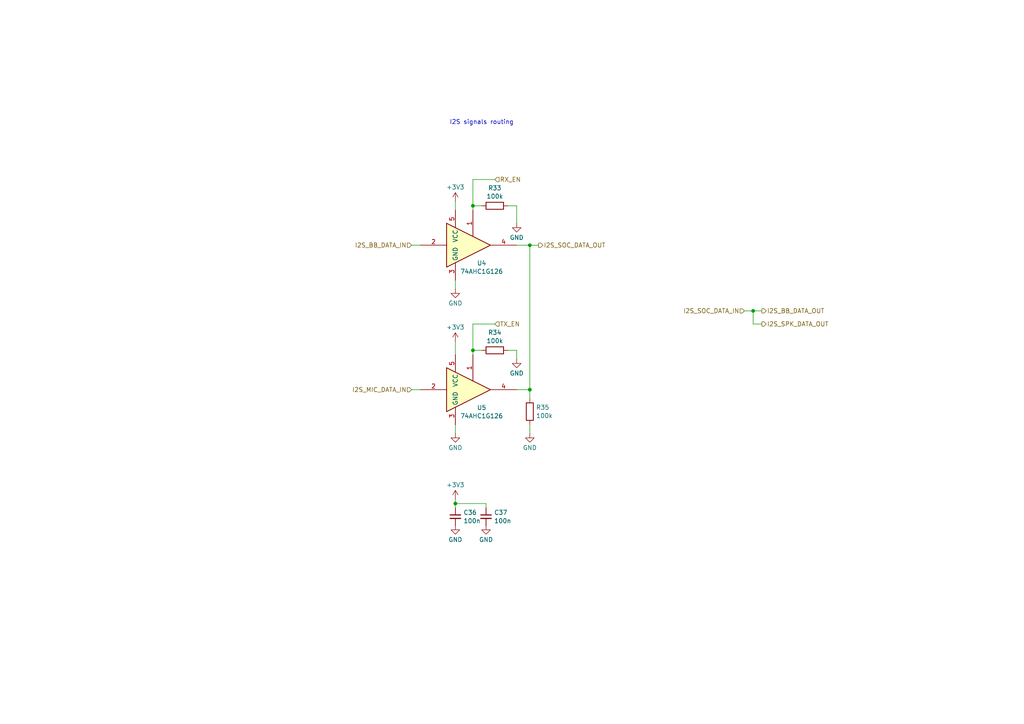
<source format=kicad_sch>
(kicad_sch
	(version 20250114)
	(generator "eeschema")
	(generator_version "9.0")
	(uuid "56f77a09-468c-4011-af6f-78f5dff8f40e")
	(paper "A4")
	(title_block
		(title "LinHT - Linux-based SDR handheld transceiver")
		(date "5 June 2025")
		(rev "A")
		(company "M17 Foundation")
		(comment 1 "Author: Wojciech SP5WWP")
	)
	(lib_symbols
		(symbol "74xGxx:74AHC1G126"
			(exclude_from_sim no)
			(in_bom yes)
			(on_board yes)
			(property "Reference" "U"
				(at -2.54 3.81 0)
				(effects
					(font
						(size 1.27 1.27)
					)
				)
			)
			(property "Value" "74AHC1G126"
				(at 0 -3.81 0)
				(effects
					(font
						(size 1.27 1.27)
					)
				)
			)
			(property "Footprint" ""
				(at 0 0 0)
				(effects
					(font
						(size 1.27 1.27)
					)
					(hide yes)
				)
			)
			(property "Datasheet" "http://www.ti.com/lit/sg/scyt129e/scyt129e.pdf"
				(at 0 0 0)
				(effects
					(font
						(size 1.27 1.27)
					)
					(hide yes)
				)
			)
			(property "Description" "Single Buffer Gate Tri-State, Low-Voltage CMOS"
				(at 0 0 0)
				(effects
					(font
						(size 1.27 1.27)
					)
					(hide yes)
				)
			)
			(property "ki_keywords" "Single Gate Buff Tri-State LVC CMOS"
				(at 0 0 0)
				(effects
					(font
						(size 1.27 1.27)
					)
					(hide yes)
				)
			)
			(property "ki_fp_filters" "SOT* SG-*"
				(at 0 0 0)
				(effects
					(font
						(size 1.27 1.27)
					)
					(hide yes)
				)
			)
			(symbol "74AHC1G126_0_1"
				(polyline
					(pts
						(xy -7.62 6.35) (xy -7.62 -6.35) (xy 5.08 0) (xy -7.62 6.35)
					)
					(stroke
						(width 0.254)
						(type default)
					)
					(fill
						(type background)
					)
				)
			)
			(symbol "74AHC1G126_1_1"
				(pin input line
					(at -15.24 0 0)
					(length 7.62)
					(name "~"
						(effects
							(font
								(size 1.27 1.27)
							)
						)
					)
					(number "2"
						(effects
							(font
								(size 1.27 1.27)
							)
						)
					)
				)
				(pin power_in line
					(at -5.08 10.16 270)
					(length 5.08)
					(name "VCC"
						(effects
							(font
								(size 1.27 1.27)
							)
						)
					)
					(number "5"
						(effects
							(font
								(size 1.27 1.27)
							)
						)
					)
				)
				(pin power_in line
					(at -5.08 -10.16 90)
					(length 5.08)
					(name "GND"
						(effects
							(font
								(size 1.27 1.27)
							)
						)
					)
					(number "3"
						(effects
							(font
								(size 1.27 1.27)
							)
						)
					)
				)
				(pin input line
					(at 0 10.16 270)
					(length 7.62)
					(name "~"
						(effects
							(font
								(size 1.27 1.27)
							)
						)
					)
					(number "1"
						(effects
							(font
								(size 1.27 1.27)
							)
						)
					)
				)
				(pin tri_state line
					(at 12.7 0 180)
					(length 7.62)
					(name "~"
						(effects
							(font
								(size 1.27 1.27)
							)
						)
					)
					(number "4"
						(effects
							(font
								(size 1.27 1.27)
							)
						)
					)
				)
			)
			(embedded_fonts no)
		)
		(symbol "Device:C_Small"
			(pin_numbers
				(hide yes)
			)
			(pin_names
				(offset 0.254)
				(hide yes)
			)
			(exclude_from_sim no)
			(in_bom yes)
			(on_board yes)
			(property "Reference" "C"
				(at 0.254 1.778 0)
				(effects
					(font
						(size 1.27 1.27)
					)
					(justify left)
				)
			)
			(property "Value" "C_Small"
				(at 0.254 -2.032 0)
				(effects
					(font
						(size 1.27 1.27)
					)
					(justify left)
				)
			)
			(property "Footprint" ""
				(at 0 0 0)
				(effects
					(font
						(size 1.27 1.27)
					)
					(hide yes)
				)
			)
			(property "Datasheet" "~"
				(at 0 0 0)
				(effects
					(font
						(size 1.27 1.27)
					)
					(hide yes)
				)
			)
			(property "Description" "Unpolarized capacitor, small symbol"
				(at 0 0 0)
				(effects
					(font
						(size 1.27 1.27)
					)
					(hide yes)
				)
			)
			(property "ki_keywords" "capacitor cap"
				(at 0 0 0)
				(effects
					(font
						(size 1.27 1.27)
					)
					(hide yes)
				)
			)
			(property "ki_fp_filters" "C_*"
				(at 0 0 0)
				(effects
					(font
						(size 1.27 1.27)
					)
					(hide yes)
				)
			)
			(symbol "C_Small_0_1"
				(polyline
					(pts
						(xy -1.524 0.508) (xy 1.524 0.508)
					)
					(stroke
						(width 0.3048)
						(type default)
					)
					(fill
						(type none)
					)
				)
				(polyline
					(pts
						(xy -1.524 -0.508) (xy 1.524 -0.508)
					)
					(stroke
						(width 0.3302)
						(type default)
					)
					(fill
						(type none)
					)
				)
			)
			(symbol "C_Small_1_1"
				(pin passive line
					(at 0 2.54 270)
					(length 2.032)
					(name "~"
						(effects
							(font
								(size 1.27 1.27)
							)
						)
					)
					(number "1"
						(effects
							(font
								(size 1.27 1.27)
							)
						)
					)
				)
				(pin passive line
					(at 0 -2.54 90)
					(length 2.032)
					(name "~"
						(effects
							(font
								(size 1.27 1.27)
							)
						)
					)
					(number "2"
						(effects
							(font
								(size 1.27 1.27)
							)
						)
					)
				)
			)
			(embedded_fonts no)
		)
		(symbol "Device:R"
			(pin_numbers
				(hide yes)
			)
			(pin_names
				(offset 0)
			)
			(exclude_from_sim no)
			(in_bom yes)
			(on_board yes)
			(property "Reference" "R"
				(at 2.032 0 90)
				(effects
					(font
						(size 1.27 1.27)
					)
				)
			)
			(property "Value" "R"
				(at 0 0 90)
				(effects
					(font
						(size 1.27 1.27)
					)
				)
			)
			(property "Footprint" ""
				(at -1.778 0 90)
				(effects
					(font
						(size 1.27 1.27)
					)
					(hide yes)
				)
			)
			(property "Datasheet" "~"
				(at 0 0 0)
				(effects
					(font
						(size 1.27 1.27)
					)
					(hide yes)
				)
			)
			(property "Description" "Resistor"
				(at 0 0 0)
				(effects
					(font
						(size 1.27 1.27)
					)
					(hide yes)
				)
			)
			(property "ki_keywords" "R res resistor"
				(at 0 0 0)
				(effects
					(font
						(size 1.27 1.27)
					)
					(hide yes)
				)
			)
			(property "ki_fp_filters" "R_*"
				(at 0 0 0)
				(effects
					(font
						(size 1.27 1.27)
					)
					(hide yes)
				)
			)
			(symbol "R_0_1"
				(rectangle
					(start -1.016 -2.54)
					(end 1.016 2.54)
					(stroke
						(width 0.254)
						(type default)
					)
					(fill
						(type none)
					)
				)
			)
			(symbol "R_1_1"
				(pin passive line
					(at 0 3.81 270)
					(length 1.27)
					(name "~"
						(effects
							(font
								(size 1.27 1.27)
							)
						)
					)
					(number "1"
						(effects
							(font
								(size 1.27 1.27)
							)
						)
					)
				)
				(pin passive line
					(at 0 -3.81 90)
					(length 1.27)
					(name "~"
						(effects
							(font
								(size 1.27 1.27)
							)
						)
					)
					(number "2"
						(effects
							(font
								(size 1.27 1.27)
							)
						)
					)
				)
			)
			(embedded_fonts no)
		)
		(symbol "power:+3V3"
			(power)
			(pin_names
				(offset 0)
			)
			(exclude_from_sim no)
			(in_bom yes)
			(on_board yes)
			(property "Reference" "#PWR"
				(at 0 -3.81 0)
				(effects
					(font
						(size 1.27 1.27)
					)
					(hide yes)
				)
			)
			(property "Value" "+3V3"
				(at 0 3.556 0)
				(effects
					(font
						(size 1.27 1.27)
					)
				)
			)
			(property "Footprint" ""
				(at 0 0 0)
				(effects
					(font
						(size 1.27 1.27)
					)
					(hide yes)
				)
			)
			(property "Datasheet" ""
				(at 0 0 0)
				(effects
					(font
						(size 1.27 1.27)
					)
					(hide yes)
				)
			)
			(property "Description" "Power symbol creates a global label with name \"+3V3\""
				(at 0 0 0)
				(effects
					(font
						(size 1.27 1.27)
					)
					(hide yes)
				)
			)
			(property "ki_keywords" "global power"
				(at 0 0 0)
				(effects
					(font
						(size 1.27 1.27)
					)
					(hide yes)
				)
			)
			(symbol "+3V3_0_1"
				(polyline
					(pts
						(xy -0.762 1.27) (xy 0 2.54)
					)
					(stroke
						(width 0)
						(type default)
					)
					(fill
						(type none)
					)
				)
				(polyline
					(pts
						(xy 0 2.54) (xy 0.762 1.27)
					)
					(stroke
						(width 0)
						(type default)
					)
					(fill
						(type none)
					)
				)
				(polyline
					(pts
						(xy 0 0) (xy 0 2.54)
					)
					(stroke
						(width 0)
						(type default)
					)
					(fill
						(type none)
					)
				)
			)
			(symbol "+3V3_1_1"
				(pin power_in line
					(at 0 0 90)
					(length 0)
					(hide yes)
					(name "+3V3"
						(effects
							(font
								(size 1.27 1.27)
							)
						)
					)
					(number "1"
						(effects
							(font
								(size 1.27 1.27)
							)
						)
					)
				)
			)
			(embedded_fonts no)
		)
		(symbol "power:GND"
			(power)
			(pin_numbers
				(hide yes)
			)
			(pin_names
				(offset 0)
				(hide yes)
			)
			(exclude_from_sim no)
			(in_bom yes)
			(on_board yes)
			(property "Reference" "#PWR"
				(at 0 -6.35 0)
				(effects
					(font
						(size 1.27 1.27)
					)
					(hide yes)
				)
			)
			(property "Value" "GND"
				(at 0 -3.81 0)
				(effects
					(font
						(size 1.27 1.27)
					)
				)
			)
			(property "Footprint" ""
				(at 0 0 0)
				(effects
					(font
						(size 1.27 1.27)
					)
					(hide yes)
				)
			)
			(property "Datasheet" ""
				(at 0 0 0)
				(effects
					(font
						(size 1.27 1.27)
					)
					(hide yes)
				)
			)
			(property "Description" "Power symbol creates a global label with name \"GND\" , ground"
				(at 0 0 0)
				(effects
					(font
						(size 1.27 1.27)
					)
					(hide yes)
				)
			)
			(property "ki_keywords" "global power"
				(at 0 0 0)
				(effects
					(font
						(size 1.27 1.27)
					)
					(hide yes)
				)
			)
			(symbol "GND_0_1"
				(polyline
					(pts
						(xy 0 0) (xy 0 -1.27) (xy 1.27 -1.27) (xy 0 -2.54) (xy -1.27 -1.27) (xy 0 -1.27)
					)
					(stroke
						(width 0)
						(type default)
					)
					(fill
						(type none)
					)
				)
			)
			(symbol "GND_1_1"
				(pin power_in line
					(at 0 0 270)
					(length 0)
					(name "~"
						(effects
							(font
								(size 1.27 1.27)
							)
						)
					)
					(number "1"
						(effects
							(font
								(size 1.27 1.27)
							)
						)
					)
				)
			)
			(embedded_fonts no)
		)
	)
	(text "I2S signals routing"
		(exclude_from_sim no)
		(at 139.7 35.56 0)
		(effects
			(font
				(size 1.27 1.27)
			)
		)
		(uuid "29d7c91e-1715-4c12-a326-35317c4190e7")
	)
	(junction
		(at 132.08 146.05)
		(diameter 0)
		(color 0 0 0 0)
		(uuid "3617c32c-1db4-4b27-b1bb-f2434bfa95be")
	)
	(junction
		(at 153.67 113.03)
		(diameter 0)
		(color 0 0 0 0)
		(uuid "364247e6-5c18-42ae-8198-cbabd4cfc498")
	)
	(junction
		(at 153.67 71.12)
		(diameter 0)
		(color 0 0 0 0)
		(uuid "557ef41b-4a96-42bf-a057-8c543eea5eb5")
	)
	(junction
		(at 137.16 101.6)
		(diameter 0)
		(color 0 0 0 0)
		(uuid "9a14c39f-41f4-4e17-aaf0-b6b03a5c1dfe")
	)
	(junction
		(at 218.44 90.17)
		(diameter 0)
		(color 0 0 0 0)
		(uuid "a4517f48-cebf-4276-b3ca-83b2dc56f479")
	)
	(junction
		(at 137.16 59.69)
		(diameter 0)
		(color 0 0 0 0)
		(uuid "cf96687b-fc77-4674-a474-6ddf8d43a7da")
	)
	(wire
		(pts
			(xy 132.08 144.78) (xy 132.08 146.05)
		)
		(stroke
			(width 0)
			(type default)
		)
		(uuid "0044bcbc-ddf9-4b36-b21a-b8b7af38e267")
	)
	(wire
		(pts
			(xy 153.67 123.19) (xy 153.67 125.73)
		)
		(stroke
			(width 0)
			(type default)
		)
		(uuid "0e8f45b0-c065-42d5-80a6-439af60c9462")
	)
	(wire
		(pts
			(xy 149.86 71.12) (xy 153.67 71.12)
		)
		(stroke
			(width 0)
			(type default)
		)
		(uuid "2322d4e8-7ced-4ef2-9dfc-894f52580c04")
	)
	(wire
		(pts
			(xy 149.86 113.03) (xy 153.67 113.03)
		)
		(stroke
			(width 0)
			(type default)
		)
		(uuid "3429c0fb-4d16-4175-bb0e-df548fd6989c")
	)
	(wire
		(pts
			(xy 153.67 113.03) (xy 153.67 115.57)
		)
		(stroke
			(width 0)
			(type default)
		)
		(uuid "34b21816-41d0-402e-92f3-f18e859822c5")
	)
	(wire
		(pts
			(xy 147.32 101.6) (xy 149.86 101.6)
		)
		(stroke
			(width 0)
			(type default)
		)
		(uuid "3702c0ad-4487-4a56-a781-22085237985c")
	)
	(wire
		(pts
			(xy 119.38 71.12) (xy 121.92 71.12)
		)
		(stroke
			(width 0)
			(type default)
		)
		(uuid "54f83cbc-a68c-4205-b4e4-1d2f6eb46b82")
	)
	(wire
		(pts
			(xy 149.86 59.69) (xy 147.32 59.69)
		)
		(stroke
			(width 0)
			(type default)
		)
		(uuid "57d8587e-491f-474e-a627-a1a4c5ec9428")
	)
	(wire
		(pts
			(xy 137.16 59.69) (xy 137.16 60.96)
		)
		(stroke
			(width 0)
			(type default)
		)
		(uuid "5a5b1377-f6df-4cb7-88fd-912d878150b5")
	)
	(wire
		(pts
			(xy 153.67 71.12) (xy 156.21 71.12)
		)
		(stroke
			(width 0)
			(type default)
		)
		(uuid "5adcb369-f087-4589-a80a-deac8fc92654")
	)
	(wire
		(pts
			(xy 137.16 93.98) (xy 137.16 101.6)
		)
		(stroke
			(width 0)
			(type default)
		)
		(uuid "5be99357-e622-45fc-8100-e3f4530904f7")
	)
	(wire
		(pts
			(xy 132.08 123.19) (xy 132.08 125.73)
		)
		(stroke
			(width 0)
			(type default)
		)
		(uuid "60604912-b5be-4baf-ad03-7e1d055c4d7a")
	)
	(wire
		(pts
			(xy 132.08 81.28) (xy 132.08 83.82)
		)
		(stroke
			(width 0)
			(type default)
		)
		(uuid "69da5b83-36db-4c51-ab4c-0f5678abecfa")
	)
	(wire
		(pts
			(xy 153.67 71.12) (xy 153.67 113.03)
		)
		(stroke
			(width 0)
			(type default)
		)
		(uuid "69df1ea1-6e1c-4b97-bc00-979a4ac448b2")
	)
	(wire
		(pts
			(xy 119.38 113.03) (xy 121.92 113.03)
		)
		(stroke
			(width 0)
			(type default)
		)
		(uuid "73efbeb0-634e-4572-9fef-590d3e15de45")
	)
	(wire
		(pts
			(xy 137.16 101.6) (xy 137.16 102.87)
		)
		(stroke
			(width 0)
			(type default)
		)
		(uuid "77b75fee-833a-4046-be25-f55abf9456a5")
	)
	(wire
		(pts
			(xy 140.97 147.32) (xy 140.97 146.05)
		)
		(stroke
			(width 0)
			(type default)
		)
		(uuid "7a8745f1-54b9-4b85-9f63-e27c2ff2a7b5")
	)
	(wire
		(pts
			(xy 220.98 93.98) (xy 218.44 93.98)
		)
		(stroke
			(width 0)
			(type default)
		)
		(uuid "8587679b-7a09-45a0-8be2-70c4bf5cef4d")
	)
	(wire
		(pts
			(xy 218.44 93.98) (xy 218.44 90.17)
		)
		(stroke
			(width 0)
			(type default)
		)
		(uuid "88f445e4-2b1f-4c1f-aa29-b1e1f545580d")
	)
	(wire
		(pts
			(xy 218.44 90.17) (xy 220.98 90.17)
		)
		(stroke
			(width 0)
			(type default)
		)
		(uuid "8b218861-ee77-4295-ae92-cbf362d58e82")
	)
	(wire
		(pts
			(xy 137.16 52.07) (xy 137.16 59.69)
		)
		(stroke
			(width 0)
			(type default)
		)
		(uuid "9230d38c-15c3-4ee5-8dca-fe380d39e225")
	)
	(wire
		(pts
			(xy 132.08 58.42) (xy 132.08 60.96)
		)
		(stroke
			(width 0)
			(type default)
		)
		(uuid "979ba531-cbc6-4daa-ab0b-264878aa6af9")
	)
	(wire
		(pts
			(xy 149.86 59.69) (xy 149.86 64.77)
		)
		(stroke
			(width 0)
			(type default)
		)
		(uuid "9d358c29-ea86-481c-af7d-f14bee9a3a71")
	)
	(wire
		(pts
			(xy 143.51 93.98) (xy 137.16 93.98)
		)
		(stroke
			(width 0)
			(type default)
		)
		(uuid "9d97be5f-cd2c-412a-9954-681ad95bb2fd")
	)
	(wire
		(pts
			(xy 137.16 59.69) (xy 139.7 59.69)
		)
		(stroke
			(width 0)
			(type default)
		)
		(uuid "a32953ef-9301-4d43-9bb7-5da19b5593c8")
	)
	(wire
		(pts
			(xy 143.51 52.07) (xy 137.16 52.07)
		)
		(stroke
			(width 0)
			(type default)
		)
		(uuid "a3a77413-33a6-4624-8a76-bb8ab887b5f3")
	)
	(wire
		(pts
			(xy 149.86 101.6) (xy 149.86 104.14)
		)
		(stroke
			(width 0)
			(type default)
		)
		(uuid "b3099d71-0018-40f1-8a06-10c25bd5c59b")
	)
	(wire
		(pts
			(xy 140.97 146.05) (xy 132.08 146.05)
		)
		(stroke
			(width 0)
			(type default)
		)
		(uuid "c7e3490b-d6ea-40bf-a0bb-81d3b28ac180")
	)
	(wire
		(pts
			(xy 132.08 99.06) (xy 132.08 102.87)
		)
		(stroke
			(width 0)
			(type default)
		)
		(uuid "c93db23f-6bbc-4dc7-9034-57f0f7d250bd")
	)
	(wire
		(pts
			(xy 215.9 90.17) (xy 218.44 90.17)
		)
		(stroke
			(width 0)
			(type default)
		)
		(uuid "d27c0653-4318-4bf4-8592-6adf30a46c07")
	)
	(wire
		(pts
			(xy 137.16 101.6) (xy 139.7 101.6)
		)
		(stroke
			(width 0)
			(type default)
		)
		(uuid "d5c6427d-98a9-46bb-9406-89f99b33bb60")
	)
	(wire
		(pts
			(xy 132.08 147.32) (xy 132.08 146.05)
		)
		(stroke
			(width 0)
			(type default)
		)
		(uuid "e7c1a89f-f240-4a8f-ac32-feef7061d2a7")
	)
	(hierarchical_label "I2S_MIC_DATA_IN"
		(shape input)
		(at 119.38 113.03 180)
		(effects
			(font
				(size 1.27 1.27)
			)
			(justify right)
		)
		(uuid "02843f16-f243-41fd-b95d-28faed951250")
	)
	(hierarchical_label "I2S_SOC_DATA_IN"
		(shape input)
		(at 215.9 90.17 180)
		(effects
			(font
				(size 1.27 1.27)
			)
			(justify right)
		)
		(uuid "0a8cf1f9-92bc-41c9-ae86-30a26b68f976")
	)
	(hierarchical_label "I2S_SPK_DATA_OUT"
		(shape output)
		(at 220.98 93.98 0)
		(effects
			(font
				(size 1.27 1.27)
			)
			(justify left)
		)
		(uuid "40abee49-9c3f-4450-acfb-1915736359d0")
	)
	(hierarchical_label "I2S_BB_DATA_OUT"
		(shape output)
		(at 220.98 90.17 0)
		(effects
			(font
				(size 1.27 1.27)
			)
			(justify left)
		)
		(uuid "4cdf2ce5-5538-4fcb-8232-00f4ce138a28")
	)
	(hierarchical_label "I2S_SOC_DATA_OUT"
		(shape output)
		(at 156.21 71.12 0)
		(effects
			(font
				(size 1.27 1.27)
			)
			(justify left)
		)
		(uuid "7603237f-b5fc-49ba-9c87-612bb169b3f4")
	)
	(hierarchical_label "I2S_BB_DATA_IN"
		(shape input)
		(at 119.38 71.12 180)
		(effects
			(font
				(size 1.27 1.27)
			)
			(justify right)
		)
		(uuid "84de95eb-e8c8-4a44-ba27-5fa2717bdcda")
	)
	(hierarchical_label "RX_EN"
		(shape input)
		(at 143.51 52.07 0)
		(effects
			(font
				(size 1.27 1.27)
			)
			(justify left)
		)
		(uuid "966f0a2f-b8e8-4d6b-9346-3b8635812047")
	)
	(hierarchical_label "TX_EN"
		(shape input)
		(at 143.51 93.98 0)
		(effects
			(font
				(size 1.27 1.27)
			)
			(justify left)
		)
		(uuid "bda4d545-2513-45ba-a0e9-89e8b7a01d88")
	)
	(symbol
		(lib_id "power:GND")
		(at 149.86 64.77 0)
		(unit 1)
		(exclude_from_sim no)
		(in_bom yes)
		(on_board yes)
		(dnp no)
		(fields_autoplaced yes)
		(uuid "0e5e3e3a-2812-459b-a78b-898315be92de")
		(property "Reference" "#PWR0109"
			(at 149.86 71.12 0)
			(effects
				(font
					(size 1.27 1.27)
				)
				(hide yes)
			)
		)
		(property "Value" "GND"
			(at 149.86 68.9031 0)
			(effects
				(font
					(size 1.27 1.27)
				)
			)
		)
		(property "Footprint" ""
			(at 149.86 64.77 0)
			(effects
				(font
					(size 1.27 1.27)
				)
				(hide yes)
			)
		)
		(property "Datasheet" ""
			(at 149.86 64.77 0)
			(effects
				(font
					(size 1.27 1.27)
				)
				(hide yes)
			)
		)
		(property "Description" "Power symbol creates a global label with name \"GND\" , ground"
			(at 149.86 64.77 0)
			(effects
				(font
					(size 1.27 1.27)
				)
				(hide yes)
			)
		)
		(pin "1"
			(uuid "1b5f0dd3-f8c4-4073-b88b-e780a6344f3e")
		)
		(instances
			(project "linht-hw"
				(path "/73efc1fc-21f6-4aef-9f73-508fe18fa32e/9abe50f1-ec7a-4fc8-ad35-6621e4142914"
					(reference "#PWR0109")
					(unit 1)
				)
			)
		)
	)
	(symbol
		(lib_id "74xGxx:74AHC1G126")
		(at 137.16 71.12 0)
		(unit 1)
		(exclude_from_sim no)
		(in_bom yes)
		(on_board yes)
		(dnp no)
		(uuid "38342ecf-7c34-4ff7-ba45-835710642e2e")
		(property "Reference" "U4"
			(at 139.7 76.3157 0)
			(effects
				(font
					(size 1.27 1.27)
				)
			)
		)
		(property "Value" "74AHC1G126"
			(at 139.7 78.74 0)
			(effects
				(font
					(size 1.27 1.27)
				)
			)
		)
		(property "Footprint" ""
			(at 137.16 71.12 0)
			(effects
				(font
					(size 1.27 1.27)
				)
				(hide yes)
			)
		)
		(property "Datasheet" "http://www.ti.com/lit/sg/scyt129e/scyt129e.pdf"
			(at 137.16 71.12 0)
			(effects
				(font
					(size 1.27 1.27)
				)
				(hide yes)
			)
		)
		(property "Description" "Single Buffer Gate Tri-State, Low-Voltage CMOS"
			(at 137.16 71.12 0)
			(effects
				(font
					(size 1.27 1.27)
				)
				(hide yes)
			)
		)
		(pin "4"
			(uuid "7c426644-becc-4cc1-981d-d1251d874fb1")
		)
		(pin "1"
			(uuid "0e36c0fd-8c52-46c4-8b06-7678222d5213")
		)
		(pin "3"
			(uuid "e4851ed8-74df-4005-9a28-3d1ea535e7df")
		)
		(pin "2"
			(uuid "b7dbc1b2-643f-443c-b706-e88ac4d688d3")
		)
		(pin "5"
			(uuid "4876cf8f-06db-4c4b-bd88-7a67713dd063")
		)
		(instances
			(project ""
				(path "/73efc1fc-21f6-4aef-9f73-508fe18fa32e/9abe50f1-ec7a-4fc8-ad35-6621e4142914"
					(reference "U4")
					(unit 1)
				)
			)
		)
	)
	(symbol
		(lib_id "Device:R")
		(at 153.67 119.38 0)
		(unit 1)
		(exclude_from_sim no)
		(in_bom yes)
		(on_board yes)
		(dnp no)
		(fields_autoplaced yes)
		(uuid "40e5f9b3-ec24-4805-9512-5d0588613bdb")
		(property "Reference" "R35"
			(at 155.448 118.1678 0)
			(effects
				(font
					(size 1.27 1.27)
				)
				(justify left)
			)
		)
		(property "Value" "100k"
			(at 155.448 120.5921 0)
			(effects
				(font
					(size 1.27 1.27)
				)
				(justify left)
			)
		)
		(property "Footprint" "Resistor_SMD:R_0402_1005Metric"
			(at 151.892 119.38 90)
			(effects
				(font
					(size 1.27 1.27)
				)
				(hide yes)
			)
		)
		(property "Datasheet" "~"
			(at 153.67 119.38 0)
			(effects
				(font
					(size 1.27 1.27)
				)
				(hide yes)
			)
		)
		(property "Description" "Resistor"
			(at 153.67 119.38 0)
			(effects
				(font
					(size 1.27 1.27)
				)
				(hide yes)
			)
		)
		(pin "1"
			(uuid "3fe83f97-8c62-4b47-9845-7a103bfd2ad5")
		)
		(pin "2"
			(uuid "fc8bb592-0454-411c-b67f-a01de453a9d4")
		)
		(instances
			(project "linht-hw"
				(path "/73efc1fc-21f6-4aef-9f73-508fe18fa32e/9abe50f1-ec7a-4fc8-ad35-6621e4142914"
					(reference "R35")
					(unit 1)
				)
			)
		)
	)
	(symbol
		(lib_id "power:+3V3")
		(at 132.08 99.06 0)
		(unit 1)
		(exclude_from_sim no)
		(in_bom yes)
		(on_board yes)
		(dnp no)
		(fields_autoplaced yes)
		(uuid "6d4ca634-5100-4f7d-9619-e21ef78a2d55")
		(property "Reference" "#PWR0104"
			(at 132.08 102.87 0)
			(effects
				(font
					(size 1.27 1.27)
				)
				(hide yes)
			)
		)
		(property "Value" "+3V3"
			(at 132.08 94.9269 0)
			(effects
				(font
					(size 1.27 1.27)
				)
			)
		)
		(property "Footprint" ""
			(at 132.08 99.06 0)
			(effects
				(font
					(size 1.27 1.27)
				)
				(hide yes)
			)
		)
		(property "Datasheet" ""
			(at 132.08 99.06 0)
			(effects
				(font
					(size 1.27 1.27)
				)
				(hide yes)
			)
		)
		(property "Description" ""
			(at 132.08 99.06 0)
			(effects
				(font
					(size 1.27 1.27)
				)
				(hide yes)
			)
		)
		(pin "1"
			(uuid "6898b170-6dfb-4e0b-89eb-ab89cefef046")
		)
		(instances
			(project "linht-hw"
				(path "/73efc1fc-21f6-4aef-9f73-508fe18fa32e/9abe50f1-ec7a-4fc8-ad35-6621e4142914"
					(reference "#PWR0104")
					(unit 1)
				)
			)
		)
	)
	(symbol
		(lib_id "74xGxx:74AHC1G126")
		(at 137.16 113.03 0)
		(unit 1)
		(exclude_from_sim no)
		(in_bom yes)
		(on_board yes)
		(dnp no)
		(uuid "709a5345-2c81-443b-9aaa-1e9f3463f2c6")
		(property "Reference" "U5"
			(at 139.7 118.2257 0)
			(effects
				(font
					(size 1.27 1.27)
				)
			)
		)
		(property "Value" "74AHC1G126"
			(at 139.7 120.65 0)
			(effects
				(font
					(size 1.27 1.27)
				)
			)
		)
		(property "Footprint" ""
			(at 137.16 113.03 0)
			(effects
				(font
					(size 1.27 1.27)
				)
				(hide yes)
			)
		)
		(property "Datasheet" "http://www.ti.com/lit/sg/scyt129e/scyt129e.pdf"
			(at 137.16 113.03 0)
			(effects
				(font
					(size 1.27 1.27)
				)
				(hide yes)
			)
		)
		(property "Description" "Single Buffer Gate Tri-State, Low-Voltage CMOS"
			(at 137.16 113.03 0)
			(effects
				(font
					(size 1.27 1.27)
				)
				(hide yes)
			)
		)
		(pin "4"
			(uuid "4ca6bae6-3f0b-4d82-8ba6-e895ad22b6e5")
		)
		(pin "5"
			(uuid "e7129d3c-4498-48b9-8ff3-6b61289bfcff")
		)
		(pin "2"
			(uuid "05e2cca6-70ad-449c-96f0-be468b379f9e")
		)
		(pin "1"
			(uuid "d918e075-94b5-49e7-a6d6-9ef7b7afb65f")
		)
		(pin "3"
			(uuid "acc62af5-2dbf-4e35-82e3-8fe8d51946ea")
		)
		(instances
			(project ""
				(path "/73efc1fc-21f6-4aef-9f73-508fe18fa32e/9abe50f1-ec7a-4fc8-ad35-6621e4142914"
					(reference "U5")
					(unit 1)
				)
			)
		)
	)
	(symbol
		(lib_id "power:GND")
		(at 153.67 125.73 0)
		(unit 1)
		(exclude_from_sim no)
		(in_bom yes)
		(on_board yes)
		(dnp no)
		(fields_autoplaced yes)
		(uuid "72de3c80-6a01-42f3-9b0e-99a16f9fb082")
		(property "Reference" "#PWR0111"
			(at 153.67 132.08 0)
			(effects
				(font
					(size 1.27 1.27)
				)
				(hide yes)
			)
		)
		(property "Value" "GND"
			(at 153.67 129.8631 0)
			(effects
				(font
					(size 1.27 1.27)
				)
			)
		)
		(property "Footprint" ""
			(at 153.67 125.73 0)
			(effects
				(font
					(size 1.27 1.27)
				)
				(hide yes)
			)
		)
		(property "Datasheet" ""
			(at 153.67 125.73 0)
			(effects
				(font
					(size 1.27 1.27)
				)
				(hide yes)
			)
		)
		(property "Description" "Power symbol creates a global label with name \"GND\" , ground"
			(at 153.67 125.73 0)
			(effects
				(font
					(size 1.27 1.27)
				)
				(hide yes)
			)
		)
		(pin "1"
			(uuid "3e542bd4-be60-4b45-a86e-26a8866a247b")
		)
		(instances
			(project "linht-hw"
				(path "/73efc1fc-21f6-4aef-9f73-508fe18fa32e/9abe50f1-ec7a-4fc8-ad35-6621e4142914"
					(reference "#PWR0111")
					(unit 1)
				)
			)
		)
	)
	(symbol
		(lib_id "power:GND")
		(at 132.08 125.73 0)
		(unit 1)
		(exclude_from_sim no)
		(in_bom yes)
		(on_board yes)
		(dnp no)
		(fields_autoplaced yes)
		(uuid "7ad05503-f5b8-4522-993e-dea00b868e3f")
		(property "Reference" "#PWR0105"
			(at 132.08 132.08 0)
			(effects
				(font
					(size 1.27 1.27)
				)
				(hide yes)
			)
		)
		(property "Value" "GND"
			(at 132.08 129.8631 0)
			(effects
				(font
					(size 1.27 1.27)
				)
			)
		)
		(property "Footprint" ""
			(at 132.08 125.73 0)
			(effects
				(font
					(size 1.27 1.27)
				)
				(hide yes)
			)
		)
		(property "Datasheet" ""
			(at 132.08 125.73 0)
			(effects
				(font
					(size 1.27 1.27)
				)
				(hide yes)
			)
		)
		(property "Description" "Power symbol creates a global label with name \"GND\" , ground"
			(at 132.08 125.73 0)
			(effects
				(font
					(size 1.27 1.27)
				)
				(hide yes)
			)
		)
		(pin "1"
			(uuid "abd1b8c4-241d-4eb9-bae3-ef3c242979cb")
		)
		(instances
			(project "linht-hw"
				(path "/73efc1fc-21f6-4aef-9f73-508fe18fa32e/9abe50f1-ec7a-4fc8-ad35-6621e4142914"
					(reference "#PWR0105")
					(unit 1)
				)
			)
		)
	)
	(symbol
		(lib_id "power:GND")
		(at 132.08 152.4 0)
		(unit 1)
		(exclude_from_sim no)
		(in_bom yes)
		(on_board yes)
		(dnp no)
		(fields_autoplaced yes)
		(uuid "83893cb4-6f83-4680-b41a-37655d55b8d5")
		(property "Reference" "#PWR0107"
			(at 132.08 158.75 0)
			(effects
				(font
					(size 1.27 1.27)
				)
				(hide yes)
			)
		)
		(property "Value" "GND"
			(at 132.08 156.5331 0)
			(effects
				(font
					(size 1.27 1.27)
				)
			)
		)
		(property "Footprint" ""
			(at 132.08 152.4 0)
			(effects
				(font
					(size 1.27 1.27)
				)
				(hide yes)
			)
		)
		(property "Datasheet" ""
			(at 132.08 152.4 0)
			(effects
				(font
					(size 1.27 1.27)
				)
				(hide yes)
			)
		)
		(property "Description" ""
			(at 132.08 152.4 0)
			(effects
				(font
					(size 1.27 1.27)
				)
				(hide yes)
			)
		)
		(pin "1"
			(uuid "60e87ae6-d88f-4dd3-bca3-d52ffaf3f0b7")
		)
		(instances
			(project "linht-hw"
				(path "/73efc1fc-21f6-4aef-9f73-508fe18fa32e/9abe50f1-ec7a-4fc8-ad35-6621e4142914"
					(reference "#PWR0107")
					(unit 1)
				)
			)
		)
	)
	(symbol
		(lib_id "power:GND")
		(at 140.97 152.4 0)
		(unit 1)
		(exclude_from_sim no)
		(in_bom yes)
		(on_board yes)
		(dnp no)
		(fields_autoplaced yes)
		(uuid "856e4b3b-2eff-4e64-be1f-9be745d073b3")
		(property "Reference" "#PWR0108"
			(at 140.97 158.75 0)
			(effects
				(font
					(size 1.27 1.27)
				)
				(hide yes)
			)
		)
		(property "Value" "GND"
			(at 140.97 156.5331 0)
			(effects
				(font
					(size 1.27 1.27)
				)
			)
		)
		(property "Footprint" ""
			(at 140.97 152.4 0)
			(effects
				(font
					(size 1.27 1.27)
				)
				(hide yes)
			)
		)
		(property "Datasheet" ""
			(at 140.97 152.4 0)
			(effects
				(font
					(size 1.27 1.27)
				)
				(hide yes)
			)
		)
		(property "Description" ""
			(at 140.97 152.4 0)
			(effects
				(font
					(size 1.27 1.27)
				)
				(hide yes)
			)
		)
		(pin "1"
			(uuid "2fea5931-993e-4425-87e3-58d3c349b734")
		)
		(instances
			(project "linht-hw"
				(path "/73efc1fc-21f6-4aef-9f73-508fe18fa32e/9abe50f1-ec7a-4fc8-ad35-6621e4142914"
					(reference "#PWR0108")
					(unit 1)
				)
			)
		)
	)
	(symbol
		(lib_id "power:+3V3")
		(at 132.08 144.78 0)
		(unit 1)
		(exclude_from_sim no)
		(in_bom yes)
		(on_board yes)
		(dnp no)
		(fields_autoplaced yes)
		(uuid "8ff78ec3-2a25-41bf-a4b1-fccaae321bd8")
		(property "Reference" "#PWR0106"
			(at 132.08 148.59 0)
			(effects
				(font
					(size 1.27 1.27)
				)
				(hide yes)
			)
		)
		(property "Value" "+3V3"
			(at 132.08 140.6469 0)
			(effects
				(font
					(size 1.27 1.27)
				)
			)
		)
		(property "Footprint" ""
			(at 132.08 144.78 0)
			(effects
				(font
					(size 1.27 1.27)
				)
				(hide yes)
			)
		)
		(property "Datasheet" ""
			(at 132.08 144.78 0)
			(effects
				(font
					(size 1.27 1.27)
				)
				(hide yes)
			)
		)
		(property "Description" ""
			(at 132.08 144.78 0)
			(effects
				(font
					(size 1.27 1.27)
				)
				(hide yes)
			)
		)
		(pin "1"
			(uuid "034ccf54-9b78-4894-a9df-9c9122047913")
		)
		(instances
			(project "linht-hw"
				(path "/73efc1fc-21f6-4aef-9f73-508fe18fa32e/9abe50f1-ec7a-4fc8-ad35-6621e4142914"
					(reference "#PWR0106")
					(unit 1)
				)
			)
		)
	)
	(symbol
		(lib_id "Device:C_Small")
		(at 140.97 149.86 0)
		(unit 1)
		(exclude_from_sim no)
		(in_bom yes)
		(on_board yes)
		(dnp no)
		(fields_autoplaced yes)
		(uuid "919a07b6-dbf1-4d91-bc9a-cd69b01afc49")
		(property "Reference" "C37"
			(at 143.2941 148.6542 0)
			(effects
				(font
					(size 1.27 1.27)
				)
				(justify left)
			)
		)
		(property "Value" "100n"
			(at 143.2941 151.0784 0)
			(effects
				(font
					(size 1.27 1.27)
				)
				(justify left)
			)
		)
		(property "Footprint" "Capacitor_SMD:C_0402_1005Metric"
			(at 140.97 149.86 0)
			(effects
				(font
					(size 1.27 1.27)
				)
				(hide yes)
			)
		)
		(property "Datasheet" "~"
			(at 140.97 149.86 0)
			(effects
				(font
					(size 1.27 1.27)
				)
				(hide yes)
			)
		)
		(property "Description" ""
			(at 140.97 149.86 0)
			(effects
				(font
					(size 1.27 1.27)
				)
				(hide yes)
			)
		)
		(property "PN" ""
			(at 140.97 149.86 0)
			(effects
				(font
					(size 1.27 1.27)
				)
				(hide yes)
			)
		)
		(property "MPN" ""
			(at 140.97 149.86 0)
			(effects
				(font
					(size 1.27 1.27)
				)
				(hide yes)
			)
		)
		(pin "1"
			(uuid "7bded848-dfd8-4f8f-b80a-f358e2df7b55")
		)
		(pin "2"
			(uuid "e5da3bcb-fbab-4169-a534-2ba1ffb938b1")
		)
		(instances
			(project "linht-hw"
				(path "/73efc1fc-21f6-4aef-9f73-508fe18fa32e/9abe50f1-ec7a-4fc8-ad35-6621e4142914"
					(reference "C37")
					(unit 1)
				)
			)
		)
	)
	(symbol
		(lib_id "power:+3V3")
		(at 132.08 58.42 0)
		(unit 1)
		(exclude_from_sim no)
		(in_bom yes)
		(on_board yes)
		(dnp no)
		(fields_autoplaced yes)
		(uuid "9a02557c-62fd-422d-bbff-d2f37c97f628")
		(property "Reference" "#PWR0102"
			(at 132.08 62.23 0)
			(effects
				(font
					(size 1.27 1.27)
				)
				(hide yes)
			)
		)
		(property "Value" "+3V3"
			(at 132.08 54.2869 0)
			(effects
				(font
					(size 1.27 1.27)
				)
			)
		)
		(property "Footprint" ""
			(at 132.08 58.42 0)
			(effects
				(font
					(size 1.27 1.27)
				)
				(hide yes)
			)
		)
		(property "Datasheet" ""
			(at 132.08 58.42 0)
			(effects
				(font
					(size 1.27 1.27)
				)
				(hide yes)
			)
		)
		(property "Description" ""
			(at 132.08 58.42 0)
			(effects
				(font
					(size 1.27 1.27)
				)
				(hide yes)
			)
		)
		(pin "1"
			(uuid "b80b5e2c-4f29-4a78-a671-cc2c90a2db5c")
		)
		(instances
			(project "linht-hw"
				(path "/73efc1fc-21f6-4aef-9f73-508fe18fa32e/9abe50f1-ec7a-4fc8-ad35-6621e4142914"
					(reference "#PWR0102")
					(unit 1)
				)
			)
		)
	)
	(symbol
		(lib_id "Device:R")
		(at 143.51 59.69 90)
		(unit 1)
		(exclude_from_sim no)
		(in_bom yes)
		(on_board yes)
		(dnp no)
		(fields_autoplaced yes)
		(uuid "a306d02c-7278-4625-8e04-56ba3846a3f2")
		(property "Reference" "R33"
			(at 143.51 54.5295 90)
			(effects
				(font
					(size 1.27 1.27)
				)
			)
		)
		(property "Value" "100k"
			(at 143.51 56.9538 90)
			(effects
				(font
					(size 1.27 1.27)
				)
			)
		)
		(property "Footprint" "Resistor_SMD:R_0402_1005Metric"
			(at 143.51 61.468 90)
			(effects
				(font
					(size 1.27 1.27)
				)
				(hide yes)
			)
		)
		(property "Datasheet" "~"
			(at 143.51 59.69 0)
			(effects
				(font
					(size 1.27 1.27)
				)
				(hide yes)
			)
		)
		(property "Description" "Resistor"
			(at 143.51 59.69 0)
			(effects
				(font
					(size 1.27 1.27)
				)
				(hide yes)
			)
		)
		(pin "1"
			(uuid "16a3e4ee-747d-43f3-9ad0-90be6e4e1dd7")
		)
		(pin "2"
			(uuid "73e9d75b-c318-4a18-a34e-d6d3dff6577d")
		)
		(instances
			(project ""
				(path "/73efc1fc-21f6-4aef-9f73-508fe18fa32e/9abe50f1-ec7a-4fc8-ad35-6621e4142914"
					(reference "R33")
					(unit 1)
				)
			)
		)
	)
	(symbol
		(lib_id "Device:R")
		(at 143.51 101.6 90)
		(unit 1)
		(exclude_from_sim no)
		(in_bom yes)
		(on_board yes)
		(dnp no)
		(fields_autoplaced yes)
		(uuid "b794c0c9-330e-4b19-95cb-8375d6536db8")
		(property "Reference" "R34"
			(at 143.51 96.4395 90)
			(effects
				(font
					(size 1.27 1.27)
				)
			)
		)
		(property "Value" "100k"
			(at 143.51 98.8638 90)
			(effects
				(font
					(size 1.27 1.27)
				)
			)
		)
		(property "Footprint" "Resistor_SMD:R_0402_1005Metric"
			(at 143.51 103.378 90)
			(effects
				(font
					(size 1.27 1.27)
				)
				(hide yes)
			)
		)
		(property "Datasheet" "~"
			(at 143.51 101.6 0)
			(effects
				(font
					(size 1.27 1.27)
				)
				(hide yes)
			)
		)
		(property "Description" "Resistor"
			(at 143.51 101.6 0)
			(effects
				(font
					(size 1.27 1.27)
				)
				(hide yes)
			)
		)
		(pin "1"
			(uuid "af09dc39-0a40-4384-a52b-dcbd06e50ce3")
		)
		(pin "2"
			(uuid "0a05b0af-eb8b-41d8-948f-47c1fa67382b")
		)
		(instances
			(project "linht-hw"
				(path "/73efc1fc-21f6-4aef-9f73-508fe18fa32e/9abe50f1-ec7a-4fc8-ad35-6621e4142914"
					(reference "R34")
					(unit 1)
				)
			)
		)
	)
	(symbol
		(lib_id "power:GND")
		(at 132.08 83.82 0)
		(unit 1)
		(exclude_from_sim no)
		(in_bom yes)
		(on_board yes)
		(dnp no)
		(fields_autoplaced yes)
		(uuid "cd491a85-b9ba-4177-9568-92da7fdaffaa")
		(property "Reference" "#PWR0103"
			(at 132.08 90.17 0)
			(effects
				(font
					(size 1.27 1.27)
				)
				(hide yes)
			)
		)
		(property "Value" "GND"
			(at 132.08 87.9531 0)
			(effects
				(font
					(size 1.27 1.27)
				)
			)
		)
		(property "Footprint" ""
			(at 132.08 83.82 0)
			(effects
				(font
					(size 1.27 1.27)
				)
				(hide yes)
			)
		)
		(property "Datasheet" ""
			(at 132.08 83.82 0)
			(effects
				(font
					(size 1.27 1.27)
				)
				(hide yes)
			)
		)
		(property "Description" "Power symbol creates a global label with name \"GND\" , ground"
			(at 132.08 83.82 0)
			(effects
				(font
					(size 1.27 1.27)
				)
				(hide yes)
			)
		)
		(pin "1"
			(uuid "eb6691ad-032b-4e27-afbc-6918be5b9c97")
		)
		(instances
			(project ""
				(path "/73efc1fc-21f6-4aef-9f73-508fe18fa32e/9abe50f1-ec7a-4fc8-ad35-6621e4142914"
					(reference "#PWR0103")
					(unit 1)
				)
			)
		)
	)
	(symbol
		(lib_id "Device:C_Small")
		(at 132.08 149.86 0)
		(unit 1)
		(exclude_from_sim no)
		(in_bom yes)
		(on_board yes)
		(dnp no)
		(fields_autoplaced yes)
		(uuid "f699fd6f-c6a7-4c46-be43-f50f88290d46")
		(property "Reference" "C36"
			(at 134.4041 148.6542 0)
			(effects
				(font
					(size 1.27 1.27)
				)
				(justify left)
			)
		)
		(property "Value" "100n"
			(at 134.4041 151.0784 0)
			(effects
				(font
					(size 1.27 1.27)
				)
				(justify left)
			)
		)
		(property "Footprint" "Capacitor_SMD:C_0402_1005Metric"
			(at 132.08 149.86 0)
			(effects
				(font
					(size 1.27 1.27)
				)
				(hide yes)
			)
		)
		(property "Datasheet" "~"
			(at 132.08 149.86 0)
			(effects
				(font
					(size 1.27 1.27)
				)
				(hide yes)
			)
		)
		(property "Description" ""
			(at 132.08 149.86 0)
			(effects
				(font
					(size 1.27 1.27)
				)
				(hide yes)
			)
		)
		(property "PN" ""
			(at 132.08 149.86 0)
			(effects
				(font
					(size 1.27 1.27)
				)
				(hide yes)
			)
		)
		(property "MPN" ""
			(at 132.08 149.86 0)
			(effects
				(font
					(size 1.27 1.27)
				)
				(hide yes)
			)
		)
		(pin "1"
			(uuid "4224d062-3aaa-47dc-a2ac-0131e5a08f73")
		)
		(pin "2"
			(uuid "958a4848-3584-4686-99f1-8788d08f3428")
		)
		(instances
			(project "linht-hw"
				(path "/73efc1fc-21f6-4aef-9f73-508fe18fa32e/9abe50f1-ec7a-4fc8-ad35-6621e4142914"
					(reference "C36")
					(unit 1)
				)
			)
		)
	)
	(symbol
		(lib_id "power:GND")
		(at 149.86 104.14 0)
		(unit 1)
		(exclude_from_sim no)
		(in_bom yes)
		(on_board yes)
		(dnp no)
		(fields_autoplaced yes)
		(uuid "f772f58f-2a85-45c0-a57c-65fb02c1b43e")
		(property "Reference" "#PWR0110"
			(at 149.86 110.49 0)
			(effects
				(font
					(size 1.27 1.27)
				)
				(hide yes)
			)
		)
		(property "Value" "GND"
			(at 149.86 108.2731 0)
			(effects
				(font
					(size 1.27 1.27)
				)
			)
		)
		(property "Footprint" ""
			(at 149.86 104.14 0)
			(effects
				(font
					(size 1.27 1.27)
				)
				(hide yes)
			)
		)
		(property "Datasheet" ""
			(at 149.86 104.14 0)
			(effects
				(font
					(size 1.27 1.27)
				)
				(hide yes)
			)
		)
		(property "Description" "Power symbol creates a global label with name \"GND\" , ground"
			(at 149.86 104.14 0)
			(effects
				(font
					(size 1.27 1.27)
				)
				(hide yes)
			)
		)
		(pin "1"
			(uuid "0a238f60-4f45-42c8-8a37-9cfc13f636b1")
		)
		(instances
			(project "linht-hw"
				(path "/73efc1fc-21f6-4aef-9f73-508fe18fa32e/9abe50f1-ec7a-4fc8-ad35-6621e4142914"
					(reference "#PWR0110")
					(unit 1)
				)
			)
		)
	)
)

</source>
